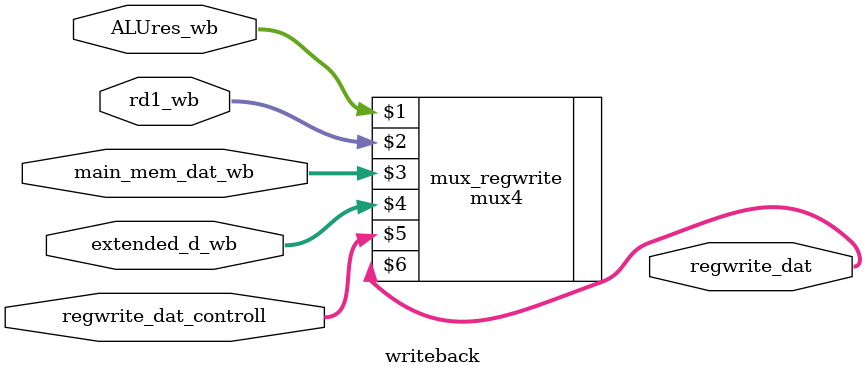
<source format=sv>
module writeback( input logic [15:0] ALUres_wb,
                  input logic [15:0]  rd1_wb,
                  input logic [15:0]  main_mem_dat_wb,
                  input logic [15:0]  extended_d_wb,
                  input logic [1:0]   regwrite_dat_controll,
                  output logic [15:0] regwrite_dat );

   mux4 mux_regwrite( ALUres_wb, rd1_wb, main_mem_dat_wb, extended_d_wb, regwrite_dat_controll, regwrite_dat );
   
endmodule

</source>
